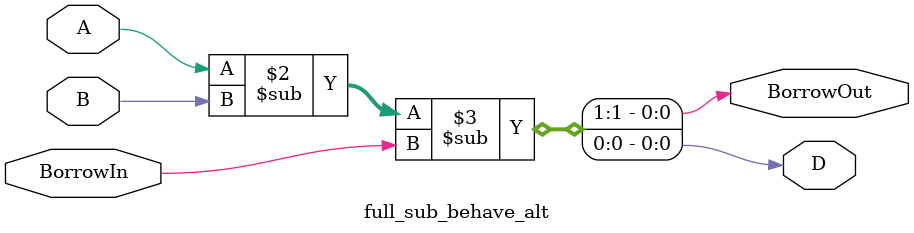
<source format=v>
module full_sub_behave_alt(
    input A, B, BorrowIn,
    output reg D, BorrowOut
);
    always @(*) begin
        // Diferença calculada diretamente
        {BorrowOut, D} = A - B - BorrowIn; 
    end
endmodule

</source>
